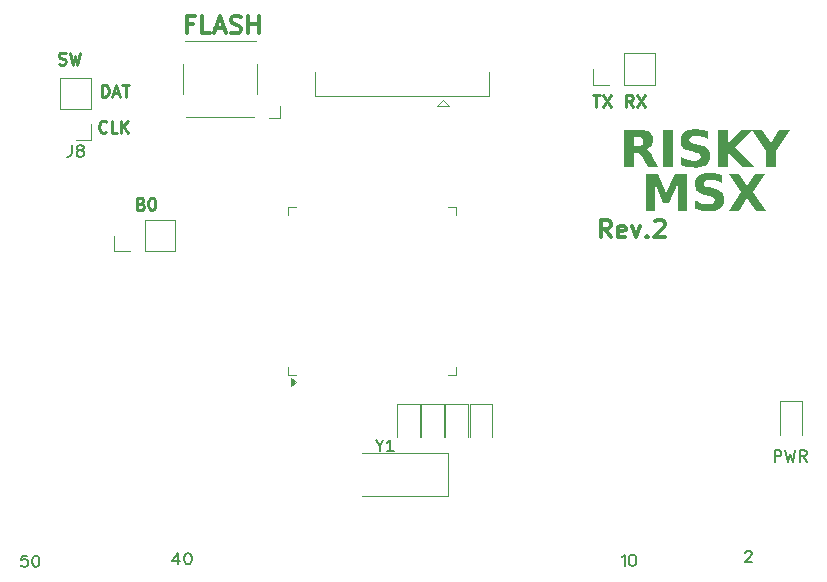
<source format=gbr>
%TF.GenerationSoftware,KiCad,Pcbnew,8.0.6*%
%TF.CreationDate,2025-02-12T20:12:07+00:00*%
%TF.ProjectId,RISKYMSXCart,5249534b-594d-4535-9843-6172742e6b69,rev?*%
%TF.SameCoordinates,Original*%
%TF.FileFunction,Legend,Top*%
%TF.FilePolarity,Positive*%
%FSLAX46Y46*%
G04 Gerber Fmt 4.6, Leading zero omitted, Abs format (unit mm)*
G04 Created by KiCad (PCBNEW 8.0.6) date 2025-02-12 20:12:07*
%MOMM*%
%LPD*%
G01*
G04 APERTURE LIST*
%ADD10C,0.203200*%
%ADD11C,0.228600*%
%ADD12C,0.300000*%
%ADD13C,0.150000*%
%ADD14C,0.120000*%
G04 APERTURE END LIST*
D10*
X168849059Y-123746234D02*
X168757618Y-123883394D01*
X130540781Y-123573516D02*
X130086118Y-124211053D01*
X169077659Y-124655553D02*
X169212281Y-124609834D01*
X117485181Y-124109484D02*
X117622340Y-124109484D01*
X118196381Y-124198384D02*
X118196381Y-124335534D01*
X118785659Y-124561594D02*
X118831381Y-124335534D01*
X131112281Y-124345675D02*
X131203718Y-124482834D01*
X169349440Y-124246616D02*
X169349440Y-124109453D01*
X131112281Y-123756394D02*
X131069100Y-123982453D01*
X117896659Y-124381253D02*
X117896659Y-124472694D01*
X118694218Y-123835166D02*
X118559600Y-123789434D01*
X117350559Y-124698753D02*
X117304840Y-124653034D01*
X178553900Y-124316819D02*
X179191441Y-124316819D01*
X131658381Y-123756394D02*
X131566940Y-123619234D01*
X131203718Y-123619234D02*
X131112281Y-123756394D01*
X131069100Y-123982453D02*
X131069100Y-124119616D01*
X118196381Y-124335534D02*
X118242100Y-124561594D01*
X117850940Y-124244094D02*
X117896659Y-124381253D01*
X130540781Y-123573516D02*
X130540781Y-124528553D01*
X131432318Y-124528553D02*
X131566940Y-124482834D01*
X168412181Y-123700516D02*
X168412181Y-124655553D01*
X117896659Y-124472694D02*
X117850940Y-124607325D01*
X178691063Y-123407500D02*
X178779963Y-123361782D01*
X118559600Y-123789434D02*
X118468159Y-123789434D01*
X118242100Y-124561594D02*
X118331000Y-124698753D01*
X179145722Y-123544660D02*
X179145722Y-123636100D01*
X117350559Y-123789434D02*
X117304840Y-124198384D01*
X179054282Y-123793580D02*
X178553900Y-124316819D01*
X179100000Y-123453219D02*
X179145722Y-123544660D01*
X118831381Y-124335534D02*
X118831381Y-124198384D01*
X131340881Y-124528553D02*
X131432318Y-124528553D01*
X118242100Y-123972325D02*
X118196381Y-124198384D01*
X118559600Y-124744484D02*
X118694218Y-124698753D01*
X117350559Y-124152666D02*
X117485181Y-124109484D01*
X168986218Y-124655553D02*
X169077659Y-124655553D01*
X131069100Y-124119616D02*
X131112281Y-124345675D01*
X179100000Y-123725000D02*
X179008563Y-123862160D01*
X131704100Y-124119616D02*
X131704100Y-123982453D01*
X118331000Y-123835166D02*
X118242100Y-123972325D01*
X168757618Y-123883394D02*
X168714440Y-124109453D01*
X131203718Y-124482834D02*
X131340881Y-124528553D01*
X179145722Y-123636100D02*
X179100000Y-123725000D01*
X131432318Y-123573516D02*
X131340881Y-123573516D01*
X117485181Y-124744484D02*
X117350559Y-124698753D01*
X168714440Y-124109453D02*
X168714440Y-124246616D01*
X117304840Y-124653034D02*
X117259118Y-124561594D01*
X169212281Y-124609834D02*
X169303718Y-124472675D01*
X168849059Y-124609834D02*
X168986218Y-124655553D01*
X169303718Y-123883394D02*
X169212281Y-123746234D01*
X117759500Y-124152666D02*
X117850940Y-124244094D01*
X131658381Y-124345675D02*
X131704100Y-124119616D01*
X117805218Y-123789434D02*
X117350559Y-123789434D01*
X131566940Y-124482834D02*
X131658381Y-124345675D01*
X131704100Y-123982453D02*
X131658381Y-123756394D01*
X117850940Y-124607325D02*
X117759500Y-124698753D01*
X117622340Y-124109484D02*
X117759500Y-124152666D01*
X130086118Y-124211053D02*
X130766840Y-124211053D01*
X131340881Y-123573516D02*
X131203718Y-123619234D01*
X179054282Y-123407500D02*
X179100000Y-123453219D01*
X168757618Y-124472675D02*
X168849059Y-124609834D01*
X178599622Y-123590382D02*
X178599622Y-123544660D01*
X168714440Y-124246616D02*
X168757618Y-124472675D01*
X117304840Y-124198384D02*
X117350559Y-124152666D01*
X178779963Y-123361782D02*
X178962841Y-123361782D01*
X169212281Y-123746234D02*
X169077659Y-123700516D01*
X118331000Y-124698753D02*
X118468159Y-124744484D01*
X169303718Y-124472675D02*
X169349440Y-124246616D01*
X118831381Y-124198384D02*
X118785659Y-123972325D01*
X117759500Y-124698753D02*
X117622340Y-124744484D01*
X169077659Y-123700516D02*
X168986218Y-123700516D01*
X131566940Y-123619234D02*
X131432318Y-123573516D01*
X118785659Y-123972325D02*
X118694218Y-123835166D01*
X118468159Y-123789434D02*
X118331000Y-123835166D01*
X118694218Y-124698753D02*
X118785659Y-124561594D01*
X178599622Y-123544660D02*
X178645341Y-123453219D01*
X117622340Y-124744484D02*
X117485181Y-124744484D01*
X169349440Y-124109453D02*
X169303718Y-123883394D01*
X168277559Y-123837675D02*
X168412181Y-123700516D01*
X178645341Y-123453219D02*
X178691063Y-123407500D01*
X168986218Y-123700516D02*
X168849059Y-123746234D01*
X118468159Y-124744484D02*
X118559600Y-124744484D01*
X178962841Y-123361782D02*
X179054282Y-123407500D01*
X168186118Y-123883394D02*
X168277559Y-123837675D01*
D11*
X124497870Y-87892011D02*
X124449489Y-87940392D01*
X124449489Y-87940392D02*
X124304346Y-87988772D01*
X124304346Y-87988772D02*
X124207584Y-87988772D01*
X124207584Y-87988772D02*
X124062441Y-87940392D01*
X124062441Y-87940392D02*
X123965679Y-87843630D01*
X123965679Y-87843630D02*
X123917298Y-87746868D01*
X123917298Y-87746868D02*
X123868917Y-87553344D01*
X123868917Y-87553344D02*
X123868917Y-87408201D01*
X123868917Y-87408201D02*
X123917298Y-87214677D01*
X123917298Y-87214677D02*
X123965679Y-87117915D01*
X123965679Y-87117915D02*
X124062441Y-87021153D01*
X124062441Y-87021153D02*
X124207584Y-86972772D01*
X124207584Y-86972772D02*
X124304346Y-86972772D01*
X124304346Y-86972772D02*
X124449489Y-87021153D01*
X124449489Y-87021153D02*
X124497870Y-87069534D01*
X125417108Y-87988772D02*
X124933298Y-87988772D01*
X124933298Y-87988772D02*
X124933298Y-86972772D01*
X125755774Y-87988772D02*
X125755774Y-86972772D01*
X126336346Y-87988772D02*
X125900917Y-87408201D01*
X126336346Y-86972772D02*
X125755774Y-87553344D01*
X120468917Y-82165392D02*
X120614060Y-82213772D01*
X120614060Y-82213772D02*
X120855965Y-82213772D01*
X120855965Y-82213772D02*
X120952727Y-82165392D01*
X120952727Y-82165392D02*
X121001108Y-82117011D01*
X121001108Y-82117011D02*
X121049489Y-82020249D01*
X121049489Y-82020249D02*
X121049489Y-81923487D01*
X121049489Y-81923487D02*
X121001108Y-81826725D01*
X121001108Y-81826725D02*
X120952727Y-81778344D01*
X120952727Y-81778344D02*
X120855965Y-81729963D01*
X120855965Y-81729963D02*
X120662441Y-81681582D01*
X120662441Y-81681582D02*
X120565679Y-81633201D01*
X120565679Y-81633201D02*
X120517298Y-81584820D01*
X120517298Y-81584820D02*
X120468917Y-81488058D01*
X120468917Y-81488058D02*
X120468917Y-81391296D01*
X120468917Y-81391296D02*
X120517298Y-81294534D01*
X120517298Y-81294534D02*
X120565679Y-81246153D01*
X120565679Y-81246153D02*
X120662441Y-81197772D01*
X120662441Y-81197772D02*
X120904346Y-81197772D01*
X120904346Y-81197772D02*
X121049489Y-81246153D01*
X121388155Y-81197772D02*
X121630060Y-82213772D01*
X121630060Y-82213772D02*
X121823584Y-81488058D01*
X121823584Y-81488058D02*
X122017108Y-82213772D01*
X122017108Y-82213772D02*
X122259013Y-81197772D01*
D12*
X131804510Y-78790114D02*
X131304510Y-78790114D01*
X131304510Y-79575828D02*
X131304510Y-78075828D01*
X131304510Y-78075828D02*
X132018796Y-78075828D01*
X133304510Y-79575828D02*
X132590224Y-79575828D01*
X132590224Y-79575828D02*
X132590224Y-78075828D01*
X133733082Y-79147257D02*
X134447368Y-79147257D01*
X133590225Y-79575828D02*
X134090225Y-78075828D01*
X134090225Y-78075828D02*
X134590225Y-79575828D01*
X135018796Y-79504400D02*
X135233082Y-79575828D01*
X135233082Y-79575828D02*
X135590224Y-79575828D01*
X135590224Y-79575828D02*
X135733082Y-79504400D01*
X135733082Y-79504400D02*
X135804510Y-79432971D01*
X135804510Y-79432971D02*
X135875939Y-79290114D01*
X135875939Y-79290114D02*
X135875939Y-79147257D01*
X135875939Y-79147257D02*
X135804510Y-79004400D01*
X135804510Y-79004400D02*
X135733082Y-78932971D01*
X135733082Y-78932971D02*
X135590224Y-78861542D01*
X135590224Y-78861542D02*
X135304510Y-78790114D01*
X135304510Y-78790114D02*
X135161653Y-78718685D01*
X135161653Y-78718685D02*
X135090224Y-78647257D01*
X135090224Y-78647257D02*
X135018796Y-78504400D01*
X135018796Y-78504400D02*
X135018796Y-78361542D01*
X135018796Y-78361542D02*
X135090224Y-78218685D01*
X135090224Y-78218685D02*
X135161653Y-78147257D01*
X135161653Y-78147257D02*
X135304510Y-78075828D01*
X135304510Y-78075828D02*
X135661653Y-78075828D01*
X135661653Y-78075828D02*
X135875939Y-78147257D01*
X136518795Y-79575828D02*
X136518795Y-78075828D01*
X136518795Y-78790114D02*
X137375938Y-78790114D01*
X137375938Y-79575828D02*
X137375938Y-78075828D01*
G36*
X169730374Y-87740519D02*
G01*
X169902485Y-87753703D01*
X170058456Y-87777029D01*
X170224318Y-87818407D01*
X170366939Y-87874389D01*
X170486319Y-87944976D01*
X170598577Y-88047387D01*
X170683264Y-88172883D01*
X170740378Y-88321462D01*
X170769920Y-88493125D01*
X170774422Y-88601582D01*
X170762526Y-88767429D01*
X170726841Y-88915727D01*
X170659287Y-89059921D01*
X170624042Y-89111532D01*
X170515689Y-89225585D01*
X170392811Y-89310827D01*
X170245907Y-89379581D01*
X170172904Y-89404846D01*
X170320319Y-89461869D01*
X170444328Y-89553756D01*
X170469196Y-89578304D01*
X170567883Y-89699045D01*
X170650761Y-89829731D01*
X170725849Y-89970720D01*
X170734221Y-89987752D01*
X171171959Y-90881840D01*
X170313606Y-90881840D01*
X169932446Y-90099420D01*
X169860036Y-89966538D01*
X169772377Y-89845658D01*
X169698688Y-89777072D01*
X169560778Y-89712305D01*
X169408046Y-89691053D01*
X169383785Y-89690716D01*
X169155982Y-89690716D01*
X169155982Y-90881840D01*
X168349741Y-90881840D01*
X168349741Y-89118977D01*
X169155982Y-89118977D01*
X169494708Y-89118977D01*
X169652170Y-89107717D01*
X169803212Y-89060816D01*
X169858001Y-89023687D01*
X169940635Y-88897874D01*
X169967211Y-88750703D01*
X169968180Y-88711017D01*
X169949996Y-88555878D01*
X169877691Y-88420597D01*
X169858001Y-88402069D01*
X169723672Y-88335276D01*
X169570513Y-88311285D01*
X169494708Y-88309013D01*
X169155982Y-88309013D01*
X169155982Y-89118977D01*
X168349741Y-89118977D01*
X168349741Y-87737273D01*
X169581065Y-87737273D01*
X169730374Y-87740519D01*
G37*
G36*
X171634264Y-87737273D02*
G01*
X172440506Y-87737273D01*
X172440506Y-90881840D01*
X171634264Y-90881840D01*
X171634264Y-87737273D01*
G37*
G36*
X175396725Y-87841497D02*
G01*
X175396725Y-88499592D01*
X175252837Y-88437663D01*
X175110952Y-88385037D01*
X174955649Y-88337476D01*
X174894220Y-88321668D01*
X174743759Y-88289869D01*
X174584298Y-88268493D01*
X174431171Y-88261368D01*
X174280589Y-88267728D01*
X174128853Y-88292774D01*
X174003855Y-88341769D01*
X173896393Y-88452197D01*
X173866132Y-88591160D01*
X173910115Y-88739457D01*
X173959188Y-88789184D01*
X174100922Y-88858655D01*
X174252581Y-88900862D01*
X174297169Y-88910530D01*
X174641106Y-88979764D01*
X174796594Y-89015220D01*
X174963747Y-89064773D01*
X175109700Y-89121968D01*
X175253186Y-89198354D01*
X175381836Y-89298390D01*
X175478243Y-89416525D01*
X175547105Y-89557273D01*
X175588422Y-89720634D01*
X175601979Y-89882124D01*
X175602194Y-89906607D01*
X175594706Y-90061841D01*
X175565951Y-90231087D01*
X175515631Y-90381752D01*
X175443745Y-90513834D01*
X175332621Y-90644444D01*
X175295480Y-90677115D01*
X175169077Y-90762881D01*
X175019904Y-90830903D01*
X174847962Y-90881179D01*
X174687283Y-90909522D01*
X174510792Y-90925541D01*
X174358214Y-90929484D01*
X174190896Y-90925127D01*
X174041773Y-90913937D01*
X173892277Y-90895861D01*
X173761164Y-90874395D01*
X173611529Y-90843175D01*
X173461894Y-90805347D01*
X173312259Y-90760913D01*
X173162624Y-90709871D01*
X173162624Y-90024231D01*
X173311003Y-90102119D01*
X173456869Y-90169771D01*
X173600222Y-90227187D01*
X173741064Y-90274367D01*
X173896925Y-90314672D01*
X174049607Y-90341786D01*
X174199109Y-90355710D01*
X174280791Y-90357745D01*
X174433433Y-90349021D01*
X174584743Y-90315521D01*
X174684284Y-90268411D01*
X174789811Y-90159349D01*
X174824986Y-90012319D01*
X174794836Y-89865651D01*
X174729696Y-89781539D01*
X174598814Y-89709228D01*
X174450020Y-89660982D01*
X174350025Y-89636371D01*
X174038100Y-89567137D01*
X173871069Y-89525288D01*
X173721731Y-89475116D01*
X173569864Y-89406063D01*
X173442079Y-89325681D01*
X173351715Y-89247767D01*
X173256937Y-89128468D01*
X173189238Y-88990186D01*
X173148619Y-88832921D01*
X173135291Y-88679741D01*
X173135079Y-88656672D01*
X173145679Y-88489502D01*
X173177478Y-88337511D01*
X173241371Y-88179375D01*
X173334119Y-88041900D01*
X173436583Y-87940509D01*
X173558937Y-87855249D01*
X173699874Y-87787629D01*
X173859394Y-87737649D01*
X174006521Y-87709474D01*
X174166553Y-87693548D01*
X174303869Y-87689628D01*
X174466238Y-87693336D01*
X174631370Y-87704459D01*
X174782351Y-87720810D01*
X174833175Y-87727596D01*
X174987911Y-87751955D01*
X175145592Y-87782321D01*
X175306217Y-87818694D01*
X175396725Y-87841497D01*
G37*
G36*
X176294535Y-87737273D02*
G01*
X177100776Y-87737273D01*
X177100776Y-88885219D01*
X178262866Y-87737273D01*
X179198643Y-87737273D01*
X177693360Y-89226178D01*
X179353489Y-90881840D01*
X178344011Y-90881840D01*
X177100776Y-89643071D01*
X177100776Y-90881840D01*
X176294535Y-90881840D01*
X176294535Y-87737273D01*
G37*
G36*
X179164398Y-87737273D02*
G01*
X180045829Y-87737273D01*
X180757526Y-88857674D01*
X181469222Y-87737273D01*
X182352887Y-87737273D01*
X181161763Y-89556715D01*
X181161763Y-90881840D01*
X180355521Y-90881840D01*
X180355521Y-89556715D01*
X179164398Y-87737273D01*
G37*
D11*
X127430965Y-93981582D02*
X127576108Y-94029963D01*
X127576108Y-94029963D02*
X127624489Y-94078344D01*
X127624489Y-94078344D02*
X127672870Y-94175106D01*
X127672870Y-94175106D02*
X127672870Y-94320249D01*
X127672870Y-94320249D02*
X127624489Y-94417011D01*
X127624489Y-94417011D02*
X127576108Y-94465392D01*
X127576108Y-94465392D02*
X127479346Y-94513772D01*
X127479346Y-94513772D02*
X127092298Y-94513772D01*
X127092298Y-94513772D02*
X127092298Y-93497772D01*
X127092298Y-93497772D02*
X127430965Y-93497772D01*
X127430965Y-93497772D02*
X127527727Y-93546153D01*
X127527727Y-93546153D02*
X127576108Y-93594534D01*
X127576108Y-93594534D02*
X127624489Y-93691296D01*
X127624489Y-93691296D02*
X127624489Y-93788058D01*
X127624489Y-93788058D02*
X127576108Y-93884820D01*
X127576108Y-93884820D02*
X127527727Y-93933201D01*
X127527727Y-93933201D02*
X127430965Y-93981582D01*
X127430965Y-93981582D02*
X127092298Y-93981582D01*
X128301822Y-93497772D02*
X128398584Y-93497772D01*
X128398584Y-93497772D02*
X128495346Y-93546153D01*
X128495346Y-93546153D02*
X128543727Y-93594534D01*
X128543727Y-93594534D02*
X128592108Y-93691296D01*
X128592108Y-93691296D02*
X128640489Y-93884820D01*
X128640489Y-93884820D02*
X128640489Y-94126725D01*
X128640489Y-94126725D02*
X128592108Y-94320249D01*
X128592108Y-94320249D02*
X128543727Y-94417011D01*
X128543727Y-94417011D02*
X128495346Y-94465392D01*
X128495346Y-94465392D02*
X128398584Y-94513772D01*
X128398584Y-94513772D02*
X128301822Y-94513772D01*
X128301822Y-94513772D02*
X128205060Y-94465392D01*
X128205060Y-94465392D02*
X128156679Y-94417011D01*
X128156679Y-94417011D02*
X128108298Y-94320249D01*
X128108298Y-94320249D02*
X128059917Y-94126725D01*
X128059917Y-94126725D02*
X128059917Y-93884820D01*
X128059917Y-93884820D02*
X128108298Y-93691296D01*
X128108298Y-93691296D02*
X128156679Y-93594534D01*
X128156679Y-93594534D02*
X128205060Y-93546153D01*
X128205060Y-93546153D02*
X128301822Y-93497772D01*
D12*
X167211653Y-96850828D02*
X166711653Y-96136542D01*
X166354510Y-96850828D02*
X166354510Y-95350828D01*
X166354510Y-95350828D02*
X166925939Y-95350828D01*
X166925939Y-95350828D02*
X167068796Y-95422257D01*
X167068796Y-95422257D02*
X167140225Y-95493685D01*
X167140225Y-95493685D02*
X167211653Y-95636542D01*
X167211653Y-95636542D02*
X167211653Y-95850828D01*
X167211653Y-95850828D02*
X167140225Y-95993685D01*
X167140225Y-95993685D02*
X167068796Y-96065114D01*
X167068796Y-96065114D02*
X166925939Y-96136542D01*
X166925939Y-96136542D02*
X166354510Y-96136542D01*
X168425939Y-96779400D02*
X168283082Y-96850828D01*
X168283082Y-96850828D02*
X167997368Y-96850828D01*
X167997368Y-96850828D02*
X167854510Y-96779400D01*
X167854510Y-96779400D02*
X167783082Y-96636542D01*
X167783082Y-96636542D02*
X167783082Y-96065114D01*
X167783082Y-96065114D02*
X167854510Y-95922257D01*
X167854510Y-95922257D02*
X167997368Y-95850828D01*
X167997368Y-95850828D02*
X168283082Y-95850828D01*
X168283082Y-95850828D02*
X168425939Y-95922257D01*
X168425939Y-95922257D02*
X168497368Y-96065114D01*
X168497368Y-96065114D02*
X168497368Y-96207971D01*
X168497368Y-96207971D02*
X167783082Y-96350828D01*
X168997367Y-95850828D02*
X169354510Y-96850828D01*
X169354510Y-96850828D02*
X169711653Y-95850828D01*
X170283081Y-96707971D02*
X170354510Y-96779400D01*
X170354510Y-96779400D02*
X170283081Y-96850828D01*
X170283081Y-96850828D02*
X170211653Y-96779400D01*
X170211653Y-96779400D02*
X170283081Y-96707971D01*
X170283081Y-96707971D02*
X170283081Y-96850828D01*
X170925939Y-95493685D02*
X170997367Y-95422257D01*
X170997367Y-95422257D02*
X171140225Y-95350828D01*
X171140225Y-95350828D02*
X171497367Y-95350828D01*
X171497367Y-95350828D02*
X171640225Y-95422257D01*
X171640225Y-95422257D02*
X171711653Y-95493685D01*
X171711653Y-95493685D02*
X171783082Y-95636542D01*
X171783082Y-95636542D02*
X171783082Y-95779400D01*
X171783082Y-95779400D02*
X171711653Y-95993685D01*
X171711653Y-95993685D02*
X170854510Y-96850828D01*
X170854510Y-96850828D02*
X171783082Y-96850828D01*
D11*
X165697155Y-84797772D02*
X166277727Y-84797772D01*
X165987441Y-85813772D02*
X165987441Y-84797772D01*
X166519631Y-84797772D02*
X167196965Y-85813772D01*
X167196965Y-84797772D02*
X166519631Y-85813772D01*
D12*
G36*
X170165338Y-91437273D02*
G01*
X171191193Y-91437273D01*
X171902889Y-93110058D01*
X172619052Y-91437273D01*
X173642674Y-91437273D01*
X173642674Y-94581840D01*
X172881099Y-94581840D01*
X172881099Y-92277015D01*
X172160470Y-93962455D01*
X171649775Y-93962455D01*
X170929146Y-92277015D01*
X170929146Y-94581840D01*
X170165338Y-94581840D01*
X170165338Y-91437273D01*
G37*
G36*
X176586982Y-91541497D02*
G01*
X176586982Y-92199592D01*
X176443094Y-92137663D01*
X176301209Y-92085037D01*
X176145906Y-92037476D01*
X176084477Y-92021668D01*
X175934016Y-91989869D01*
X175774555Y-91968493D01*
X175621428Y-91961368D01*
X175470846Y-91967728D01*
X175319110Y-91992774D01*
X175194112Y-92041769D01*
X175086650Y-92152197D01*
X175056389Y-92291160D01*
X175100372Y-92439457D01*
X175149445Y-92489184D01*
X175291179Y-92558655D01*
X175442838Y-92600862D01*
X175487426Y-92610530D01*
X175831363Y-92679764D01*
X175986851Y-92715220D01*
X176154004Y-92764773D01*
X176299958Y-92821968D01*
X176443443Y-92898354D01*
X176572093Y-92998390D01*
X176668500Y-93116525D01*
X176737362Y-93257273D01*
X176778679Y-93420634D01*
X176792236Y-93582124D01*
X176792451Y-93606607D01*
X176784963Y-93761841D01*
X176756209Y-93931087D01*
X176705888Y-94081752D01*
X176634002Y-94213834D01*
X176522878Y-94344444D01*
X176485737Y-94377115D01*
X176359334Y-94462881D01*
X176210162Y-94530903D01*
X176038219Y-94581179D01*
X175877541Y-94609522D01*
X175701049Y-94625541D01*
X175548472Y-94629484D01*
X175381153Y-94625127D01*
X175232030Y-94613937D01*
X175082535Y-94595861D01*
X174951421Y-94574395D01*
X174801786Y-94543175D01*
X174652151Y-94505347D01*
X174502516Y-94460913D01*
X174352881Y-94409871D01*
X174352881Y-93724231D01*
X174501260Y-93802119D01*
X174647126Y-93869771D01*
X174790480Y-93927187D01*
X174931321Y-93974367D01*
X175087182Y-94014672D01*
X175239864Y-94041786D01*
X175389366Y-94055710D01*
X175471049Y-94057745D01*
X175623690Y-94049021D01*
X175775000Y-94015521D01*
X175874542Y-93968411D01*
X175980068Y-93859349D01*
X176015243Y-93712319D01*
X175985093Y-93565651D01*
X175919953Y-93481539D01*
X175789071Y-93409228D01*
X175640278Y-93360982D01*
X175540283Y-93336371D01*
X175228357Y-93267137D01*
X175061326Y-93225288D01*
X174911988Y-93175116D01*
X174760121Y-93106063D01*
X174632336Y-93025681D01*
X174541972Y-92947767D01*
X174447194Y-92828468D01*
X174379495Y-92690186D01*
X174338876Y-92532921D01*
X174325548Y-92379741D01*
X174325337Y-92356672D01*
X174335936Y-92189502D01*
X174367735Y-92037511D01*
X174431628Y-91879375D01*
X174524376Y-91741900D01*
X174626840Y-91640509D01*
X174749195Y-91555249D01*
X174890132Y-91487629D01*
X175049651Y-91437649D01*
X175196778Y-91409474D01*
X175356810Y-91393548D01*
X175494127Y-91389628D01*
X175656496Y-91393336D01*
X175821627Y-91404459D01*
X175972608Y-91420810D01*
X176023432Y-91427596D01*
X176178168Y-91451955D01*
X176335849Y-91482321D01*
X176496474Y-91518694D01*
X176586982Y-91541497D01*
G37*
G36*
X179226810Y-92976801D02*
G01*
X180311477Y-94581840D01*
X179471735Y-94581840D01*
X178740683Y-93507595D01*
X178016331Y-94581840D01*
X177172866Y-94581840D01*
X178257533Y-92976801D01*
X177214556Y-91437273D01*
X178055787Y-91437273D01*
X178740683Y-92450473D01*
X179423345Y-91437273D01*
X180269043Y-91437273D01*
X179226810Y-92976801D01*
G37*
D11*
X124117298Y-84938772D02*
X124117298Y-83922772D01*
X124117298Y-83922772D02*
X124359203Y-83922772D01*
X124359203Y-83922772D02*
X124504346Y-83971153D01*
X124504346Y-83971153D02*
X124601108Y-84067915D01*
X124601108Y-84067915D02*
X124649489Y-84164677D01*
X124649489Y-84164677D02*
X124697870Y-84358201D01*
X124697870Y-84358201D02*
X124697870Y-84503344D01*
X124697870Y-84503344D02*
X124649489Y-84696868D01*
X124649489Y-84696868D02*
X124601108Y-84793630D01*
X124601108Y-84793630D02*
X124504346Y-84890392D01*
X124504346Y-84890392D02*
X124359203Y-84938772D01*
X124359203Y-84938772D02*
X124117298Y-84938772D01*
X125084917Y-84648487D02*
X125568727Y-84648487D01*
X124988155Y-84938772D02*
X125326822Y-83922772D01*
X125326822Y-83922772D02*
X125665489Y-84938772D01*
X125859012Y-83922772D02*
X126439584Y-83922772D01*
X126149298Y-84938772D02*
X126149298Y-83922772D01*
X169047870Y-85788772D02*
X168709203Y-85304963D01*
X168467298Y-85788772D02*
X168467298Y-84772772D01*
X168467298Y-84772772D02*
X168854346Y-84772772D01*
X168854346Y-84772772D02*
X168951108Y-84821153D01*
X168951108Y-84821153D02*
X168999489Y-84869534D01*
X168999489Y-84869534D02*
X169047870Y-84966296D01*
X169047870Y-84966296D02*
X169047870Y-85111439D01*
X169047870Y-85111439D02*
X168999489Y-85208201D01*
X168999489Y-85208201D02*
X168951108Y-85256582D01*
X168951108Y-85256582D02*
X168854346Y-85304963D01*
X168854346Y-85304963D02*
X168467298Y-85304963D01*
X169386536Y-84772772D02*
X170063870Y-85788772D01*
X170063870Y-84772772D02*
X169386536Y-85788772D01*
D13*
X147623809Y-114478628D02*
X147623809Y-114954819D01*
X147290476Y-113954819D02*
X147623809Y-114478628D01*
X147623809Y-114478628D02*
X147957142Y-113954819D01*
X148814285Y-114954819D02*
X148242857Y-114954819D01*
X148528571Y-114954819D02*
X148528571Y-113954819D01*
X148528571Y-113954819D02*
X148433333Y-114097676D01*
X148433333Y-114097676D02*
X148338095Y-114192914D01*
X148338095Y-114192914D02*
X148242857Y-114240533D01*
X181066667Y-115854819D02*
X181066667Y-114854819D01*
X181066667Y-114854819D02*
X181447619Y-114854819D01*
X181447619Y-114854819D02*
X181542857Y-114902438D01*
X181542857Y-114902438D02*
X181590476Y-114950057D01*
X181590476Y-114950057D02*
X181638095Y-115045295D01*
X181638095Y-115045295D02*
X181638095Y-115188152D01*
X181638095Y-115188152D02*
X181590476Y-115283390D01*
X181590476Y-115283390D02*
X181542857Y-115331009D01*
X181542857Y-115331009D02*
X181447619Y-115378628D01*
X181447619Y-115378628D02*
X181066667Y-115378628D01*
X181971429Y-114854819D02*
X182209524Y-115854819D01*
X182209524Y-115854819D02*
X182400000Y-115140533D01*
X182400000Y-115140533D02*
X182590476Y-115854819D01*
X182590476Y-115854819D02*
X182828572Y-114854819D01*
X183780952Y-115854819D02*
X183447619Y-115378628D01*
X183209524Y-115854819D02*
X183209524Y-114854819D01*
X183209524Y-114854819D02*
X183590476Y-114854819D01*
X183590476Y-114854819D02*
X183685714Y-114902438D01*
X183685714Y-114902438D02*
X183733333Y-114950057D01*
X183733333Y-114950057D02*
X183780952Y-115045295D01*
X183780952Y-115045295D02*
X183780952Y-115188152D01*
X183780952Y-115188152D02*
X183733333Y-115283390D01*
X183733333Y-115283390D02*
X183685714Y-115331009D01*
X183685714Y-115331009D02*
X183590476Y-115378628D01*
X183590476Y-115378628D02*
X183209524Y-115378628D01*
X121566666Y-89024819D02*
X121566666Y-89739104D01*
X121566666Y-89739104D02*
X121519047Y-89881961D01*
X121519047Y-89881961D02*
X121423809Y-89977200D01*
X121423809Y-89977200D02*
X121280952Y-90024819D01*
X121280952Y-90024819D02*
X121185714Y-90024819D01*
X122185714Y-89453390D02*
X122090476Y-89405771D01*
X122090476Y-89405771D02*
X122042857Y-89358152D01*
X122042857Y-89358152D02*
X121995238Y-89262914D01*
X121995238Y-89262914D02*
X121995238Y-89215295D01*
X121995238Y-89215295D02*
X122042857Y-89120057D01*
X122042857Y-89120057D02*
X122090476Y-89072438D01*
X122090476Y-89072438D02*
X122185714Y-89024819D01*
X122185714Y-89024819D02*
X122376190Y-89024819D01*
X122376190Y-89024819D02*
X122471428Y-89072438D01*
X122471428Y-89072438D02*
X122519047Y-89120057D01*
X122519047Y-89120057D02*
X122566666Y-89215295D01*
X122566666Y-89215295D02*
X122566666Y-89262914D01*
X122566666Y-89262914D02*
X122519047Y-89358152D01*
X122519047Y-89358152D02*
X122471428Y-89405771D01*
X122471428Y-89405771D02*
X122376190Y-89453390D01*
X122376190Y-89453390D02*
X122185714Y-89453390D01*
X122185714Y-89453390D02*
X122090476Y-89501009D01*
X122090476Y-89501009D02*
X122042857Y-89548628D01*
X122042857Y-89548628D02*
X121995238Y-89643866D01*
X121995238Y-89643866D02*
X121995238Y-89834342D01*
X121995238Y-89834342D02*
X122042857Y-89929580D01*
X122042857Y-89929580D02*
X122090476Y-89977200D01*
X122090476Y-89977200D02*
X122185714Y-90024819D01*
X122185714Y-90024819D02*
X122376190Y-90024819D01*
X122376190Y-90024819D02*
X122471428Y-89977200D01*
X122471428Y-89977200D02*
X122519047Y-89929580D01*
X122519047Y-89929580D02*
X122566666Y-89834342D01*
X122566666Y-89834342D02*
X122566666Y-89643866D01*
X122566666Y-89643866D02*
X122519047Y-89548628D01*
X122519047Y-89548628D02*
X122471428Y-89501009D01*
X122471428Y-89501009D02*
X122376190Y-89453390D01*
D14*
%TO.C,J1*%
X125130000Y-98030000D02*
X125130000Y-96700000D01*
X126460000Y-98030000D02*
X125130000Y-98030000D01*
X127730000Y-95370000D02*
X130330000Y-95370000D01*
X127730000Y-98030000D02*
X127730000Y-95370000D01*
X127730000Y-98030000D02*
X130330000Y-98030000D01*
X130330000Y-98030000D02*
X130330000Y-95370000D01*
%TO.C,SW1*%
X131025000Y-84725000D02*
X131025000Y-82125000D01*
X131125000Y-80175000D02*
X137125000Y-80175000D01*
X131225000Y-86675000D02*
X137025000Y-86675000D01*
X137225000Y-84725000D02*
X137225000Y-82125000D01*
X139225000Y-85725000D02*
X139225000Y-86725000D01*
X139225000Y-86725000D02*
X138225000Y-86725000D01*
%TO.C,J2*%
X165730000Y-83905000D02*
X165730000Y-82575000D01*
X167060000Y-83905000D02*
X165730000Y-83905000D01*
X168330000Y-81245000D02*
X170930000Y-81245000D01*
X168330000Y-83905000D02*
X168330000Y-81245000D01*
X168330000Y-83905000D02*
X170930000Y-83905000D01*
X170930000Y-83905000D02*
X170930000Y-81245000D01*
%TO.C,Y1*%
X146150000Y-118700000D02*
X153400000Y-118700000D01*
X153400000Y-115100000D02*
X146150000Y-115100000D01*
X153400000Y-118700000D02*
X153400000Y-115100000D01*
%TO.C,D2*%
X151140000Y-110915000D02*
X151140000Y-113775000D01*
X153060000Y-110915000D02*
X151140000Y-110915000D01*
X153060000Y-113775000D02*
X153060000Y-110915000D01*
%TO.C,D3*%
X153190000Y-110915000D02*
X153190000Y-113775000D01*
X155110000Y-110915000D02*
X153190000Y-110915000D01*
X155110000Y-113775000D02*
X155110000Y-110915000D01*
%TO.C,D5*%
X181490000Y-110690000D02*
X181490000Y-113550000D01*
X183410000Y-110690000D02*
X181490000Y-110690000D01*
X183410000Y-113550000D02*
X183410000Y-110690000D01*
%TO.C,D4*%
X155265000Y-110915000D02*
X155265000Y-113775000D01*
X157185000Y-110915000D02*
X155265000Y-110915000D01*
X157185000Y-113775000D02*
X157185000Y-110915000D01*
%TO.C,J7*%
X142140000Y-82867500D02*
X142140000Y-84847500D01*
X152500000Y-85727500D02*
X153500000Y-85727500D01*
X153000000Y-85227500D02*
X152500000Y-85727500D01*
X153500000Y-85727500D02*
X153000000Y-85227500D01*
X156860000Y-84847500D02*
X142140000Y-84847500D01*
X156860000Y-84847500D02*
X156860000Y-82867500D01*
%TO.C,J8*%
X120570000Y-85970000D02*
X120570000Y-83370000D01*
X123230000Y-83370000D02*
X120570000Y-83370000D01*
X123230000Y-85970000D02*
X120570000Y-85970000D01*
X123230000Y-85970000D02*
X123230000Y-83370000D01*
X123230000Y-87240000D02*
X123230000Y-88570000D01*
X123230000Y-88570000D02*
X121900000Y-88570000D01*
%TO.C,D1*%
X149090000Y-110915000D02*
X149090000Y-113775000D01*
X151010000Y-110915000D02*
X149090000Y-110915000D01*
X151010000Y-113775000D02*
X151010000Y-110915000D01*
%TO.C,U1*%
X139890000Y-94265000D02*
X140590000Y-94265000D01*
X139890000Y-94965000D02*
X139890000Y-94265000D01*
X139890000Y-107785000D02*
X139890000Y-108485000D01*
X139890000Y-108485000D02*
X140590000Y-108485000D01*
X154110000Y-94265000D02*
X153410000Y-94265000D01*
X154110000Y-94965000D02*
X154110000Y-94265000D01*
X154110000Y-107785000D02*
X154110000Y-108485000D01*
X154110000Y-108485000D02*
X153410000Y-108485000D01*
X140590000Y-109112500D02*
X140120000Y-109452500D01*
X140120000Y-108772500D01*
X140590000Y-109112500D01*
G36*
X140590000Y-109112500D02*
G01*
X140120000Y-109452500D01*
X140120000Y-108772500D01*
X140590000Y-109112500D01*
G37*
%TD*%
M02*

</source>
